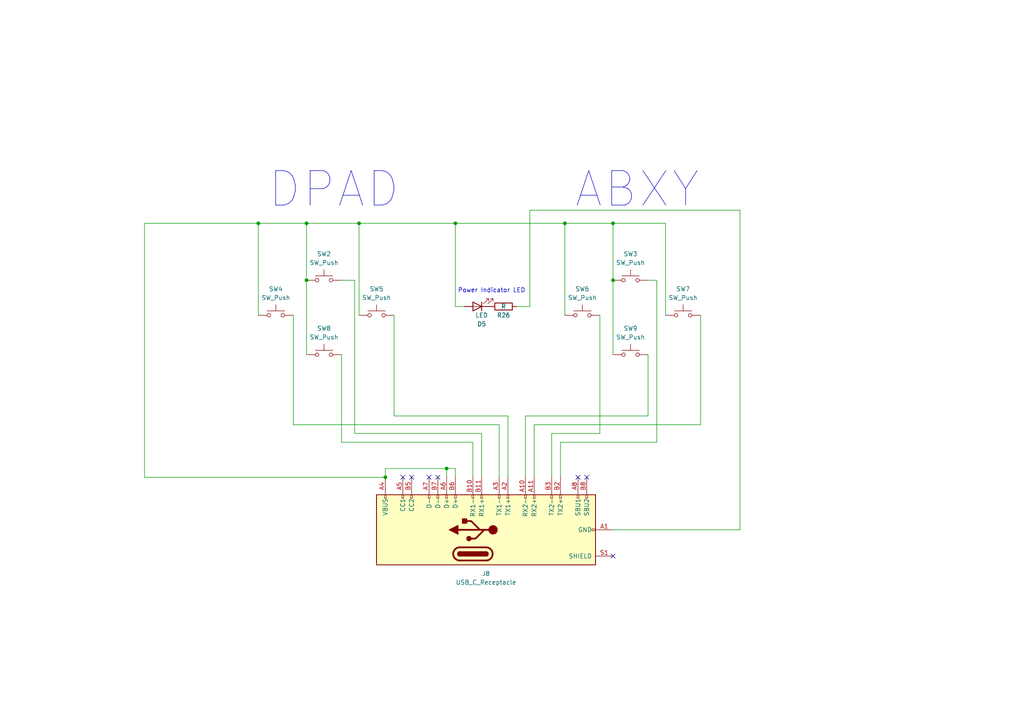
<source format=kicad_sch>
(kicad_sch (version 20211123) (generator eeschema)
  (paper "A4")
  (lib_symbols
    (symbol "Connector:USB_C_Receptacle" (pin_names (offset 1.016))
      (property "Reference" "J" (at -10.16 29.21 0))
      (property "Value" "USB_C_Receptacle" (at 10.16 29.21 0))
      (symbol "USB_C_Receptacle_0_0"
        (rectangle (start -0.254 -35.56) (end 0.254 -34.544))
        (rectangle (start 10.16 -32.766) (end 9.144 -33.274))
        (rectangle (start 10.16 -30.226) (end 9.144 -30.734))
        (rectangle (start 10.16 -25.146) (end 9.144 -25.654))
        (rectangle (start 10.16 -22.606) (end 9.144 -23.114))
        (rectangle (start 10.16 -17.526) (end 9.144 -18.034))
        (rectangle (start 10.16 -14.986) (end 9.144 -15.494))
        (rectangle (start 10.16 -9.906) (end 9.144 -10.414))
        (rectangle (start 10.16 -7.366) (end 9.144 -7.874))
        (rectangle (start 10.16 -2.286) (end 9.144 -2.794))
        (rectangle (start 10.16 0.254) (end 9.144 -0.254))
        (rectangle (start 10.16 5.334) (end 9.144 4.826))
        (rectangle (start 10.16 7.874) (end 9.144 7.366))
        (rectangle (start 10.16 10.414) (end 9.144 9.906))
        (rectangle (start 10.16 12.954) (end 9.144 12.446))
        (rectangle (start 10.16 18.034) (end 9.144 17.526))
        (rectangle (start 10.16 20.574) (end 9.144 20.066))
        (rectangle (start 10.16 25.654) (end 9.144 25.146))
      )
      (symbol "USB_C_Receptacle_0_1"
        (rectangle (start -10.16 27.94) (end 10.16 -35.56) (stroke (width 0.254)) (fill (type background)))
        (arc (start -8.89 -3.81) (mid -6.985 -5.715) (end -5.08 -3.81) (stroke (width 0.508)))
        (arc (start -7.62 -3.81) (mid -6.985 -4.445) (end -6.35 -3.81) (stroke (width 0.254)))
        (arc (start -7.62 -3.81) (mid -6.985 -4.445) (end -6.35 -3.81) (stroke (width 0.254)) (fill (type outline)))
        (rectangle (start -7.62 -3.81) (end -6.35 3.81) (stroke (width 0.254)) (fill (type outline)))
        (arc (start -6.35 3.81) (mid -6.985 4.445) (end -7.62 3.81) (stroke (width 0.254)))
        (arc (start -6.35 3.81) (mid -6.985 4.445) (end -7.62 3.81) (stroke (width 0.254)) (fill (type outline)))
        (arc (start -5.08 3.81) (mid -6.985 5.715) (end -8.89 3.81) (stroke (width 0.508)))
        (polyline (pts (xy -8.89 -3.81) (xy -8.89 3.81)) (stroke (width 0.508)))
        (polyline (pts (xy -5.08 3.81) (xy -5.08 -3.81)) (stroke (width 0.508)))
      )
      (symbol "USB_C_Receptacle_1_1"
        (circle (center -2.54 1.143) (radius 0.635) (stroke (width 0.254)) (fill (type outline)))
        (circle (center 0 -5.842) (radius 1.27) (fill (type outline)))
        (polyline (pts (xy 0 -5.842) (xy 0 4.318)) (stroke (width 0.508)))
        (polyline (pts (xy 0 -3.302) (xy -2.54 -0.762) (xy -2.54 0.508)) (stroke (width 0.508)))
        (polyline (pts (xy 0 -2.032) (xy 2.54 0.508) (xy 2.54 1.778)) (stroke (width 0.508)))
        (polyline (pts (xy -1.27 4.318) (xy 0 6.858) (xy 1.27 4.318) (xy -1.27 4.318)) (stroke (width 0.254)) (fill (type outline)))
        (rectangle (start 1.905 1.778) (end 3.175 3.048) (stroke (width 0.254)) (fill (type outline)))
        (pin passive line (at 0 -40.64 90) (length 5.08) (name "GND") (number "A1"))
        (pin bidirectional line (at 15.24 -15.24 180) (length 5.08) (name "RX2-") (number "A10"))
        (pin bidirectional line (at 15.24 -17.78 180) (length 5.08) (name "RX2+") (number "A11"))
        (pin passive line (at 0 -40.64 90) (length 5.08) hide (name "GND") (number "A12"))
        (pin bidirectional line (at 15.24 -10.16 180) (length 5.08) (name "TX1+") (number "A2"))
        (pin bidirectional line (at 15.24 -7.62 180) (length 5.08) (name "TX1-") (number "A3"))
        (pin passive line (at 15.24 25.4 180) (length 5.08) (name "VBUS") (number "A4"))
        (pin bidirectional line (at 15.24 20.32 180) (length 5.08) (name "CC1") (number "A5"))
        (pin bidirectional line (at 15.24 7.62 180) (length 5.08) (name "D+") (number "A6"))
        (pin bidirectional line (at 15.24 12.7 180) (length 5.08) (name "D-") (number "A7"))
        (pin bidirectional line (at 15.24 -30.48 180) (length 5.08) (name "SBU1") (number "A8"))
        (pin passive line (at 15.24 25.4 180) (length 5.08) hide (name "VBUS") (number "A9"))
        (pin passive line (at 0 -40.64 90) (length 5.08) hide (name "GND") (number "B1"))
        (pin bidirectional line (at 15.24 0 180) (length 5.08) (name "RX1-") (number "B10"))
        (pin bidirectional line (at 15.24 -2.54 180) (length 5.08) (name "RX1+") (number "B11"))
        (pin passive line (at 0 -40.64 90) (length 5.08) hide (name "GND") (number "B12"))
        (pin bidirectional line (at 15.24 -25.4 180) (length 5.08) (name "TX2+") (number "B2"))
        (pin bidirectional line (at 15.24 -22.86 180) (length 5.08) (name "TX2-") (number "B3"))
        (pin passive line (at 15.24 25.4 180) (length 5.08) hide (name "VBUS") (number "B4"))
        (pin bidirectional line (at 15.24 17.78 180) (length 5.08) (name "CC2") (number "B5"))
        (pin bidirectional line (at 15.24 5.08 180) (length 5.08) (name "D+") (number "B6"))
        (pin bidirectional line (at 15.24 10.16 180) (length 5.08) (name "D-") (number "B7"))
        (pin bidirectional line (at 15.24 -33.02 180) (length 5.08) (name "SBU2") (number "B8"))
        (pin passive line (at 15.24 25.4 180) (length 5.08) hide (name "VBUS") (number "B9"))
        (pin passive line (at -7.62 -40.64 90) (length 5.08) (name "SHIELD") (number "S1"))
      )
    )
    (symbol "Device:LED" (pin_numbers hide) (pin_names (offset 1.016) hide)
      (property "Reference" "D" (at 0 2.54 0))
      (property "Value" "LED" (at 0 -2.54 0))
      (symbol "LED_0_1"
        (polyline (pts (xy -1.27 -1.27) (xy -1.27 1.27)) (stroke (width 0.254)))
        (polyline (pts (xy -1.27 0) (xy 1.27 0)))
        (polyline (pts (xy 1.27 -1.27) (xy 1.27 1.27) (xy -1.27 0) (xy 1.27 -1.27)) (stroke (width 0.254)))
        (polyline (pts (xy -3.048 -0.762) (xy -4.572 -2.286) (xy -3.81 -2.286) (xy -4.572 -2.286) (xy -4.572 -1.524)))
        (polyline (pts (xy -1.778 -0.762) (xy -3.302 -2.286) (xy -2.54 -2.286) (xy -3.302 -2.286) (xy -3.302 -1.524)))
      )
      (symbol "LED_1_1"
        (pin passive line (at -3.81 0 0) (length 2.54) (name "K") (number "1"))
        (pin passive line (at 3.81 0 180) (length 2.54) (name "A") (number "2"))
      )
    )
    (symbol "Device:R" (pin_numbers hide) (pin_names (offset 0))
      (property "Reference" "R" (at 2.032 0 90))
      (property "Value" "R" (at 0 0 90))
      (symbol "R_0_1"
        (rectangle (start -1.016 -2.54) (end 1.016 2.54) (stroke (width 0.254)))
      )
      (symbol "R_1_1"
        (pin passive line (at 0 3.81 270) (length 1.27) (name "~") (number "1"))
        (pin passive line (at 0 -3.81 90) (length 1.27) (name "~") (number "2"))
      )
    )
    (symbol "Switch:SW_Push" (pin_numbers hide) (pin_names (offset 1.016) hide)
      (property "Reference" "SW" (at 1.27 2.54 0))
      (property "Value" "SW_Push" (at 0 -1.524 0))
      (symbol "SW_Push_0_1"
        (circle (center -2.032 0) (radius 0.508))
        (polyline (pts (xy 0 1.27) (xy 0 3.048)))
        (polyline (pts (xy 2.54 1.27) (xy -2.54 1.27)))
        (circle (center 2.032 0) (radius 0.508))
        (pin passive line (at -5.08 0 0) (length 2.54) (name "1") (number "1"))
        (pin passive line (at 5.08 0 180) (length 2.54) (name "2") (number "2"))
      )
    )
  )
  (junction (at 163.83 64.77))
  (junction (at 111.76 138.43))
  (junction (at 88.9 64.77))
  (junction (at 88.9 81.28))
  (junction (at 129.54 135.89))
  (junction (at 177.8 81.28))
  (junction (at 132.08 64.77))
  (junction (at 104.14 64.77))
  (junction (at 177.8 64.77))
  (junction (at 74.93 64.77))
  (no_connect (at 127 138.43))
  (no_connect (at 116.84 138.43))
  (no_connect (at 119.38 138.43))
  (no_connect (at 124.46 138.43))
  (no_connect (at 167.64 138.43))
  (no_connect (at 177.8 161.29))
  (no_connect (at 170.18 138.43))
  (wire (pts (xy 99.06 128.27) (xy 137.16 128.27)))
  (wire (pts (xy 129.54 135.89) (xy 111.76 135.89)))
  (wire (pts (xy 203.2 123.19) (xy 154.94 123.19)))
  (wire (pts (xy 144.78 123.19) (xy 144.78 138.43)))
  (wire (pts (xy 102.87 81.28) (xy 102.87 125.73)))
  (wire (pts (xy 74.93 64.77) (xy 88.9 64.77)))
  (wire (pts (xy 193.04 64.77) (xy 177.8 64.77)))
  (wire (pts (xy 163.83 64.77) (xy 177.8 64.77)))
  (wire (pts (xy 99.06 81.28) (xy 102.87 81.28)))
  (wire (pts (xy 85.09 91.44) (xy 85.09 123.19)))
  (wire (pts (xy 162.56 138.43) (xy 162.56 128.27)))
  (wire (pts (xy 154.94 123.19) (xy 154.94 138.43)))
  (wire (pts (xy 177.8 64.77) (xy 177.8 81.28)))
  (wire (pts (xy 153.67 88.9) (xy 153.67 60.96)))
  (wire (pts (xy 114.3 120.65) (xy 147.32 120.65)))
  (wire (pts (xy 162.56 128.27) (xy 190.5 128.27)))
  (wire (pts (xy 104.14 64.77) (xy 132.08 64.77)))
  (wire (pts (xy 88.9 64.77) (xy 104.14 64.77)))
  (wire (pts (xy 190.5 128.27) (xy 190.5 81.28)))
  (wire (pts (xy 214.63 60.96) (xy 214.63 153.67)))
  (wire (pts (xy 74.93 64.77) (xy 41.91 64.77)))
  (wire (pts (xy 173.99 125.73) (xy 160.02 125.73)))
  (wire (pts (xy 153.67 60.96) (xy 214.63 60.96)))
  (wire (pts (xy 114.3 91.44) (xy 114.3 120.65)))
  (wire (pts (xy 173.99 91.44) (xy 173.99 125.73)))
  (wire (pts (xy 137.16 128.27) (xy 137.16 138.43)))
  (wire (pts (xy 132.08 88.9) (xy 132.08 64.77)))
  (wire (pts (xy 134.62 88.9) (xy 132.08 88.9)))
  (wire (pts (xy 190.5 81.28) (xy 187.96 81.28)))
  (wire (pts (xy 41.91 64.77) (xy 41.91 138.43)))
  (wire (pts (xy 111.76 135.89) (xy 111.76 138.43)))
  (wire (pts (xy 160.02 125.73) (xy 160.02 138.43)))
  (wire (pts (xy 41.91 138.43) (xy 111.76 138.43)))
  (wire (pts (xy 187.96 102.87) (xy 187.96 120.65)))
  (wire (pts (xy 85.09 123.19) (xy 144.78 123.19)))
  (wire (pts (xy 163.83 64.77) (xy 163.83 91.44)))
  (wire (pts (xy 193.04 91.44) (xy 193.04 64.77)))
  (wire (pts (xy 152.4 120.65) (xy 152.4 138.43)))
  (wire (pts (xy 99.06 102.87) (xy 99.06 128.27)))
  (wire (pts (xy 88.9 64.77) (xy 88.9 81.28)))
  (wire (pts (xy 74.93 64.77) (xy 74.93 91.44)))
  (wire (pts (xy 203.2 91.44) (xy 203.2 123.19)))
  (wire (pts (xy 177.8 81.28) (xy 177.8 102.87)))
  (wire (pts (xy 149.86 88.9) (xy 153.67 88.9)))
  (wire (pts (xy 214.63 153.67) (xy 177.8 153.67)))
  (wire (pts (xy 102.87 125.73) (xy 139.7 125.73)))
  (wire (pts (xy 132.08 64.77) (xy 163.83 64.77)))
  (wire (pts (xy 132.08 135.89) (xy 129.54 135.89)))
  (wire (pts (xy 88.9 81.28) (xy 88.9 102.87)))
  (wire (pts (xy 139.7 125.73) (xy 139.7 138.43)))
  (wire (pts (xy 104.14 64.77) (xy 104.14 91.44)))
  (wire (pts (xy 132.08 138.43) (xy 132.08 135.89)))
  (wire (pts (xy 187.96 120.65) (xy 152.4 120.65)))
  (wire (pts (xy 147.32 120.65) (xy 147.32 138.43)))
  (wire (pts (xy 129.54 135.89) (xy 129.54 138.43)))
  (text "Power Indicator LED" (at 152.4 85.09 180) (effects (font (size 1.27 1.27)) (justify right bottom)))
  (text "DPAD" (at 77.47 60.96 0) (effects (font (size 10 10)) (justify left bottom)))
  (text "ABXY" (at 166.37 60.96 0) (effects (font (size 10 10)) (justify left bottom)))
  (symbol (lib_id "Connector:USB_C_Receptacle") (at 137.16 153.67 90) (unit 1)
    (property "Reference" "J8" (at 140.97 166.37 90))
    (property "Value" "USB_C_Receptacle" (at 140.97 168.91 90))
    (property "Datasheet" "https://www.usb.org/sites/default/files/documents/usb_type-c.zip" (effects hide))
  )
  (symbol (lib_id "Switch:SW_Push") (at 93.98 102.87 0) (unit 1)
    (property "Reference" "SW8" (at 93.98 95.25 0))
    (property "Value" "SW_Push" (at 93.98 97.79 0))
  )
  (symbol (lib_id "Switch:SW_Push") (at 182.88 81.28 0) (unit 1)
    (property "Reference" "SW3" (at 182.88 73.66 0))
    (property "Value" "SW_Push" (at 182.88 76.2 0))
  )
  (symbol (lib_id "Device:R") (at 146.05 88.9 270) (unit 1)
    (property "Reference" "R26" (at 146.05 91.44 90))
    (property "Value" "R" (at 146.05 88.9 90))
  )
  (symbol (lib_id "Switch:SW_Push") (at 93.98 81.28 0) (unit 1)
    (property "Reference" "SW2" (at 93.98 73.66 0))
    (property "Value" "SW_Push" (at 93.98 76.2 0))
  )
  (symbol (lib_id "Switch:SW_Push") (at 198.12 91.44 0) (unit 1)
    (property "Reference" "SW7" (at 198.12 83.82 0))
    (property "Value" "SW_Push" (at 198.12 86.36 0))
  )
  (symbol (lib_id "Switch:SW_Push") (at 168.91 91.44 0) (unit 1)
    (property "Reference" "SW6" (at 168.91 83.82 0))
    (property "Value" "SW_Push" (at 168.91 86.36 0))
  )
  (symbol (lib_id "Switch:SW_Push") (at 109.22 91.44 0) (unit 1)
    (property "Reference" "SW5" (at 109.22 83.82 0))
    (property "Value" "SW_Push" (at 109.22 86.36 0))
  )
  (symbol (lib_id "Device:LED") (at 138.43 88.9 180) (unit 1)
    (property "Reference" "D5" (at 139.7 93.98 0))
    (property "Value" "LED" (at 139.7 91.44 0))
  )
  (symbol (lib_id "Switch:SW_Push") (at 182.88 102.87 0) (unit 1)
    (property "Reference" "SW9" (at 182.88 95.25 0))
    (property "Value" "SW_Push" (at 182.88 97.79 0))
  )
  (symbol (lib_id "Switch:SW_Push") (at 80.01 91.44 0) (unit 1)
    (property "Reference" "SW4" (at 80.01 83.82 0))
    (property "Value" "SW_Push" (at 80.01 86.36 0))
  )
)
</source>
